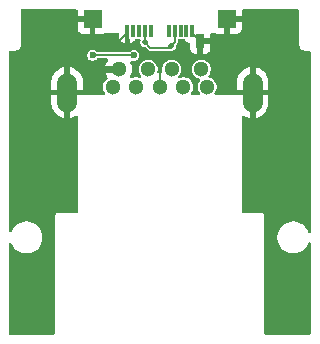
<source format=gbr>
%TF.GenerationSoftware,KiCad,Pcbnew,9.0.7*%
%TF.CreationDate,2026-02-26T13:16:19-05:00*%
%TF.ProjectId,Mouse Dongle Card,4d6f7573-6520-4446-9f6e-676c65204361,X1*%
%TF.SameCoordinates,Original*%
%TF.FileFunction,Copper,L2,Bot*%
%TF.FilePolarity,Positive*%
%FSLAX46Y46*%
G04 Gerber Fmt 4.6, Leading zero omitted, Abs format (unit mm)*
G04 Created by KiCad (PCBNEW 9.0.7) date 2026-02-26 13:16:19*
%MOMM*%
%LPD*%
G01*
G04 APERTURE LIST*
%TA.AperFunction,ComponentPad*%
%ADD10C,1.300000*%
%TD*%
%TA.AperFunction,ComponentPad*%
%ADD11O,1.676400X3.352800*%
%TD*%
%TA.AperFunction,SMDPad,CuDef*%
%ADD12R,0.380000X1.000000*%
%TD*%
%TA.AperFunction,SMDPad,CuDef*%
%ADD13R,0.700000X1.150000*%
%TD*%
%TA.AperFunction,SMDPad,CuDef*%
%ADD14R,1.500000X1.500000*%
%TD*%
%TA.AperFunction,ViaPad*%
%ADD15C,0.500000*%
%TD*%
%TA.AperFunction,ViaPad*%
%ADD16C,0.600000*%
%TD*%
%TA.AperFunction,Conductor*%
%ADD17C,0.200000*%
%TD*%
%TA.AperFunction,Conductor*%
%ADD18C,0.600000*%
%TD*%
G04 APERTURE END LIST*
D10*
%TO.P,J1,1,VBUS*%
%TO.N,VBUS*%
X111800000Y-126210000D03*
%TO.P,J1,2,D-*%
%TO.N,/USB_DN*%
X109300000Y-126210000D03*
%TO.P,J1,3,D+*%
%TO.N,/USB_DP*%
X107300000Y-126210000D03*
%TO.P,J1,4,GND*%
%TO.N,GND*%
X104800000Y-126210000D03*
%TO.P,J1,5,STDA_SSRX-*%
%TO.N,unconnected-(J1-STDA_SSRX--Pad5)*%
X104300000Y-127710000D03*
%TO.P,J1,6,STDA_SSRX+*%
%TO.N,unconnected-(J1-STDA_SSRX+-Pad6)*%
X106300000Y-127710000D03*
%TO.P,J1,7,GND_DRAIN*%
%TO.N,GND*%
X108300000Y-127710000D03*
%TO.P,J1,8,STDA_SSTX-*%
%TO.N,unconnected-(J1-STDA_SSTX--Pad8)*%
X110300000Y-127710000D03*
%TO.P,J1,9,STDA_SSTX+*%
%TO.N,unconnected-(J1-STDA_SSTX+-Pad9)*%
X112300000Y-127710000D03*
D11*
%TO.P,J1,S1*%
%TO.N,GND*%
X100450000Y-128190000D03*
%TO.P,J1,S2*%
X116150000Y-128190000D03*
%TD*%
D12*
%TO.P,P1,B1,GND*%
%TO.N,GND*%
X111050000Y-123000000D03*
%TO.P,P1,B2,TX2+*%
%TO.N,unconnected-(P1-TX2+-PadB2)*%
X110550000Y-123000000D03*
%TO.P,P1,B3,TX2-*%
%TO.N,unconnected-(P1-TX2--PadB3)*%
X110050000Y-123000000D03*
%TO.P,P1,B4,VBUS*%
%TO.N,VBUS*%
X109550000Y-123000000D03*
%TO.P,P1,B5,VCONN*%
%TO.N,unconnected-(P1-VCONN-PadB5)*%
X109050000Y-123000000D03*
%TO.P,P1,B8,SBU2*%
%TO.N,unconnected-(P1-SBU2-PadB8)*%
X107550000Y-123000000D03*
%TO.P,P1,B9,VBUS*%
%TO.N,VBUS*%
X107050000Y-123000000D03*
%TO.P,P1,B10,RX1-*%
%TO.N,/USB_RX1-*%
X106550000Y-123000000D03*
%TO.P,P1,B11,RX1+*%
%TO.N,/USB_RX1+*%
X106050000Y-123000000D03*
%TO.P,P1,B12,GND*%
%TO.N,GND*%
X105550000Y-123000000D03*
D13*
%TO.P,P1,S1,SHIELD*%
X111720000Y-123840000D03*
%TD*%
D14*
%TO.P,GP2,1,1*%
%TO.N,GND*%
X102600000Y-121960000D03*
%TD*%
%TO.P,GP4,1,1*%
%TO.N,GND*%
X114000000Y-121960000D03*
%TD*%
D15*
%TO.N,VBUS*%
X107050000Y-123950000D03*
X109250000Y-124250000D03*
D16*
%TO.N,GND*%
X115950000Y-133210000D03*
X100650000Y-133200000D03*
D15*
X102158000Y-121531500D03*
X102158000Y-122420500D03*
X114477000Y-121531500D03*
X114477000Y-122420500D03*
X103047000Y-121531500D03*
X113524500Y-122420500D03*
X113524500Y-121531500D03*
X103047000Y-122420500D03*
D16*
%TO.N,Net-(P1-CC)*%
X102600000Y-125050000D03*
X106100000Y-125050000D03*
%TD*%
D17*
%TO.N,Net-(P1-CC)*%
X106100000Y-125050000D02*
X102600000Y-125050000D01*
%TO.N,VBUS*%
X109250000Y-124250000D02*
X109100000Y-124400000D01*
%TO.N,GND*%
X111050000Y-123170000D02*
X111720000Y-123840000D01*
X102600000Y-123590000D02*
X102600000Y-121960000D01*
X102850000Y-123840000D02*
X102600000Y-123590000D01*
X111720000Y-123840000D02*
X113750000Y-123840000D01*
X108300000Y-127710000D02*
X108300000Y-126100000D01*
D18*
X104800000Y-126210000D02*
X102610000Y-126210000D01*
D17*
X114000000Y-123590000D02*
X114000000Y-121960000D01*
X104880000Y-123840000D02*
X102850000Y-123840000D01*
X113750000Y-123840000D02*
X114000000Y-123590000D01*
X105550000Y-123170000D02*
X104880000Y-123840000D01*
X111050000Y-123000000D02*
X111050000Y-123170000D01*
%TO.N,VBUS*%
X107500000Y-124400000D02*
X107050000Y-123950000D01*
X107050000Y-123950000D02*
X107050000Y-123000000D01*
X109100000Y-124400000D02*
X107500000Y-124400000D01*
X109550000Y-123000000D02*
X109550000Y-123950000D01*
X109550000Y-123950000D02*
X109250000Y-124250000D01*
%TD*%
%TA.AperFunction,Conductor*%
%TO.N,GND*%
G36*
X101293039Y-121170185D02*
G01*
X101338794Y-121222989D01*
X101350000Y-121274500D01*
X101350000Y-121710000D01*
X102476000Y-121710000D01*
X102543039Y-121729685D01*
X102588794Y-121782489D01*
X102600000Y-121834000D01*
X102600000Y-121960000D01*
X102726000Y-121960000D01*
X102793039Y-121979685D01*
X102838794Y-122032489D01*
X102850000Y-122084000D01*
X102850000Y-123210000D01*
X103397828Y-123210000D01*
X103397844Y-123209999D01*
X103457372Y-123203598D01*
X103457376Y-123203597D01*
X103592091Y-123153351D01*
X103614285Y-123136736D01*
X103679748Y-123112316D01*
X103716028Y-123115072D01*
X103729745Y-123118183D01*
X103744687Y-123125381D01*
X103854630Y-123150491D01*
X103871152Y-123150493D01*
X103871168Y-123150500D01*
X103911016Y-123150500D01*
X103911024Y-123150500D01*
X103950899Y-123150507D01*
X103950901Y-123150506D01*
X103962983Y-123150508D01*
X103963076Y-123150500D01*
X104679024Y-123150500D01*
X104680525Y-123150509D01*
X104681186Y-123150517D01*
X104681318Y-123150557D01*
X104731083Y-123150549D01*
X104731083Y-123150550D01*
X104735980Y-123150549D01*
X104803023Y-123170223D01*
X104848786Y-123223019D01*
X104860000Y-123274549D01*
X104860000Y-123547844D01*
X104866401Y-123607372D01*
X104866403Y-123607379D01*
X104916645Y-123742086D01*
X104916649Y-123742093D01*
X105002809Y-123857187D01*
X105002812Y-123857190D01*
X105117906Y-123943350D01*
X105117913Y-123943354D01*
X105252620Y-123993596D01*
X105252627Y-123993598D01*
X105312155Y-123999999D01*
X105312172Y-124000000D01*
X105360000Y-124000000D01*
X105360000Y-123124000D01*
X105362550Y-123115314D01*
X105361262Y-123106353D01*
X105372240Y-123082312D01*
X105379685Y-123056961D01*
X105386525Y-123051033D01*
X105390287Y-123042797D01*
X105412521Y-123028507D01*
X105432489Y-123011206D01*
X105443003Y-123008918D01*
X105449065Y-123005023D01*
X105484000Y-123000000D01*
X105583101Y-123000000D01*
X105650140Y-123019685D01*
X105695895Y-123072489D01*
X105707100Y-123123998D01*
X105707101Y-123515056D01*
X105715971Y-123559654D01*
X105715972Y-123559657D01*
X105715972Y-123559659D01*
X105719100Y-123564339D01*
X105739980Y-123631015D01*
X105740000Y-123633232D01*
X105740000Y-124000000D01*
X105787828Y-124000000D01*
X105787844Y-123999999D01*
X105847372Y-123993598D01*
X105847379Y-123993596D01*
X105982086Y-123943354D01*
X105982093Y-123943350D01*
X106097187Y-123857190D01*
X106097190Y-123857187D01*
X106183350Y-123742093D01*
X106188602Y-123728012D01*
X106230472Y-123672077D01*
X106295935Y-123647657D01*
X106307586Y-123647373D01*
X106318383Y-123647616D01*
X106344943Y-123652900D01*
X106552299Y-123652899D01*
X106553695Y-123652931D01*
X106585692Y-123663116D01*
X106617934Y-123672583D01*
X106618886Y-123673682D01*
X106620273Y-123674124D01*
X106641699Y-123700009D01*
X106663689Y-123725387D01*
X106663895Y-123726825D01*
X106664824Y-123727947D01*
X106668853Y-123761301D01*
X106673633Y-123794545D01*
X106673151Y-123796890D01*
X106673203Y-123797313D01*
X106672964Y-123797806D01*
X106670670Y-123808992D01*
X106657511Y-123858101D01*
X106647100Y-123896957D01*
X106647100Y-124003043D01*
X106654743Y-124031565D01*
X106674557Y-124105513D01*
X106674557Y-124105514D01*
X106708553Y-124164399D01*
X106727599Y-124197387D01*
X106802613Y-124272401D01*
X106894486Y-124325443D01*
X106996957Y-124352900D01*
X107043884Y-124352900D01*
X107073324Y-124361544D01*
X107103311Y-124368068D01*
X107108326Y-124371822D01*
X107110923Y-124372585D01*
X107131565Y-124389219D01*
X107278527Y-124536181D01*
X107278540Y-124536196D01*
X107285601Y-124543257D01*
X107356743Y-124614399D01*
X107409922Y-124636426D01*
X107449695Y-124652901D01*
X107550305Y-124652901D01*
X107550307Y-124652900D01*
X109035253Y-124652900D01*
X109035261Y-124652901D01*
X109049695Y-124652901D01*
X109157928Y-124652901D01*
X109189184Y-124651877D01*
X109196955Y-124652900D01*
X109196957Y-124652900D01*
X109303041Y-124652900D01*
X109303043Y-124652900D01*
X109405514Y-124625443D01*
X109497387Y-124572401D01*
X109572401Y-124497387D01*
X109625443Y-124405514D01*
X109652900Y-124303043D01*
X109652900Y-124256118D01*
X109672585Y-124189079D01*
X109676637Y-124183156D01*
X109682355Y-124175298D01*
X109693253Y-124164400D01*
X109693257Y-124164399D01*
X109764399Y-124093257D01*
X109788280Y-124035602D01*
X109802901Y-124000305D01*
X109802901Y-123899695D01*
X109802901Y-123889706D01*
X109802900Y-123889692D01*
X109802900Y-123776899D01*
X109822585Y-123709860D01*
X109875389Y-123664105D01*
X109926896Y-123652899D01*
X110255056Y-123652899D01*
X110271022Y-123649723D01*
X110340611Y-123655949D01*
X110395789Y-123698811D01*
X110411394Y-123728005D01*
X110416648Y-123742091D01*
X110416648Y-123742092D01*
X110502809Y-123857187D01*
X110502812Y-123857190D01*
X110617906Y-123943350D01*
X110617913Y-123943354D01*
X110752620Y-123993596D01*
X110752619Y-123993596D01*
X110759255Y-123994310D01*
X110823806Y-124021048D01*
X110863654Y-124078441D01*
X110870000Y-124117600D01*
X110870000Y-124462844D01*
X110876401Y-124522372D01*
X110876403Y-124522379D01*
X110926645Y-124657086D01*
X110926649Y-124657093D01*
X111012809Y-124772187D01*
X111012812Y-124772190D01*
X111127906Y-124858350D01*
X111127913Y-124858354D01*
X111262620Y-124908596D01*
X111262627Y-124908598D01*
X111322155Y-124914999D01*
X111322172Y-124915000D01*
X111470000Y-124915000D01*
X111970000Y-124915000D01*
X112117828Y-124915000D01*
X112117844Y-124914999D01*
X112177372Y-124908598D01*
X112177379Y-124908596D01*
X112312086Y-124858354D01*
X112312093Y-124858350D01*
X112427187Y-124772190D01*
X112427190Y-124772187D01*
X112513350Y-124657093D01*
X112513354Y-124657086D01*
X112563596Y-124522379D01*
X112563598Y-124522372D01*
X112569999Y-124462844D01*
X112570000Y-124462827D01*
X112570000Y-124090000D01*
X111970000Y-124090000D01*
X111970000Y-124915000D01*
X111470000Y-124915000D01*
X111470000Y-123964000D01*
X111489685Y-123896961D01*
X111542489Y-123851206D01*
X111594000Y-123840000D01*
X111720000Y-123840000D01*
X111720000Y-123714000D01*
X111739685Y-123646961D01*
X111792489Y-123601206D01*
X111844000Y-123590000D01*
X112570000Y-123590000D01*
X112570000Y-123274552D01*
X112589685Y-123207513D01*
X112642489Y-123161758D01*
X112676323Y-123151818D01*
X112685443Y-123150504D01*
X112711083Y-123150500D01*
X112711083Y-123150550D01*
X112767476Y-123150541D01*
X112877429Y-123125428D01*
X112885051Y-123121756D01*
X112901835Y-123119339D01*
X112924963Y-123122658D01*
X112948296Y-123121460D01*
X112962274Y-123128014D01*
X112970996Y-123129266D01*
X112978139Y-123135452D01*
X112993824Y-123142807D01*
X113007909Y-123153351D01*
X113142623Y-123203597D01*
X113142627Y-123203598D01*
X113202155Y-123209999D01*
X113202172Y-123210000D01*
X113750000Y-123210000D01*
X114250000Y-123210000D01*
X114797828Y-123210000D01*
X114797844Y-123209999D01*
X114857372Y-123203598D01*
X114857379Y-123203596D01*
X114992086Y-123153354D01*
X114992093Y-123153350D01*
X115107187Y-123067190D01*
X115107190Y-123067187D01*
X115193350Y-122952093D01*
X115193354Y-122952086D01*
X115243596Y-122817379D01*
X115243598Y-122817372D01*
X115249999Y-122757844D01*
X115250000Y-122757827D01*
X115250000Y-122210000D01*
X114250000Y-122210000D01*
X114250000Y-123210000D01*
X113750000Y-123210000D01*
X113750000Y-122084000D01*
X113769685Y-122016961D01*
X113822489Y-121971206D01*
X113874000Y-121960000D01*
X114000000Y-121960000D01*
X114000000Y-121834000D01*
X114019685Y-121766961D01*
X114072489Y-121721206D01*
X114124000Y-121710000D01*
X115250000Y-121710000D01*
X115250000Y-121274500D01*
X115269685Y-121207461D01*
X115322489Y-121161706D01*
X115374000Y-121150500D01*
X119986550Y-121150500D01*
X120053589Y-121170185D01*
X120099344Y-121222989D01*
X120110550Y-121274500D01*
X120110550Y-124201873D01*
X120110599Y-124202368D01*
X120110599Y-124206387D01*
X120135691Y-124316334D01*
X120173032Y-124393883D01*
X120187638Y-124424216D01*
X120184826Y-124425569D01*
X120200000Y-124478147D01*
X120200000Y-124500000D01*
X120300000Y-124600000D01*
X120363688Y-124600000D01*
X120394829Y-124603974D01*
X120406574Y-124607021D01*
X120444687Y-124625381D01*
X120554630Y-124650491D01*
X120571152Y-124650493D01*
X120571168Y-124650500D01*
X120611016Y-124650500D01*
X120611024Y-124650500D01*
X120650899Y-124650507D01*
X120650901Y-124650506D01*
X120662983Y-124650508D01*
X120663076Y-124650500D01*
X120986550Y-124650500D01*
X121053589Y-124670185D01*
X121099344Y-124722989D01*
X121110550Y-124774500D01*
X121110550Y-139955782D01*
X121090865Y-140022821D01*
X121038061Y-140068576D01*
X120968903Y-140078520D01*
X120905347Y-140049495D01*
X120868619Y-139994100D01*
X120868480Y-139993671D01*
X120851557Y-139941588D01*
X120755051Y-139752184D01*
X120755049Y-139752181D01*
X120755048Y-139752179D01*
X120630109Y-139580213D01*
X120479786Y-139429890D01*
X120307820Y-139304951D01*
X120118414Y-139208444D01*
X120118413Y-139208443D01*
X120118412Y-139208443D01*
X119916243Y-139142754D01*
X119916241Y-139142753D01*
X119916240Y-139142753D01*
X119754957Y-139117208D01*
X119706287Y-139109500D01*
X119493713Y-139109500D01*
X119445042Y-139117208D01*
X119283760Y-139142753D01*
X119081585Y-139208444D01*
X118892179Y-139304951D01*
X118720213Y-139429890D01*
X118569890Y-139580213D01*
X118444951Y-139752179D01*
X118348444Y-139941585D01*
X118282753Y-140143760D01*
X118249500Y-140353713D01*
X118249500Y-140566287D01*
X118282754Y-140776243D01*
X118347877Y-140976671D01*
X118348444Y-140978414D01*
X118444951Y-141167820D01*
X118569890Y-141339786D01*
X118720213Y-141490109D01*
X118892179Y-141615048D01*
X118892181Y-141615049D01*
X118892184Y-141615051D01*
X119081588Y-141711557D01*
X119283757Y-141777246D01*
X119493713Y-141810500D01*
X119493714Y-141810500D01*
X119706286Y-141810500D01*
X119706287Y-141810500D01*
X119916243Y-141777246D01*
X120118412Y-141711557D01*
X120307816Y-141615051D01*
X120329789Y-141599086D01*
X120479786Y-141490109D01*
X120479788Y-141490106D01*
X120479792Y-141490104D01*
X120630104Y-141339792D01*
X120630106Y-141339788D01*
X120630109Y-141339786D01*
X120755048Y-141167820D01*
X120755049Y-141167819D01*
X120755051Y-141167816D01*
X120851557Y-140978412D01*
X120868620Y-140925897D01*
X120908056Y-140868224D01*
X120972415Y-140841025D01*
X121041261Y-140852939D01*
X121092737Y-140900183D01*
X121110550Y-140964217D01*
X121110550Y-148565500D01*
X121090865Y-148632539D01*
X121038061Y-148678294D01*
X120986550Y-148689500D01*
X117274500Y-148689500D01*
X117207461Y-148669815D01*
X117161706Y-148617011D01*
X117150500Y-148565500D01*
X117150500Y-138550119D01*
X117150499Y-138550116D01*
X117119976Y-138476426D01*
X117063574Y-138420024D01*
X116989883Y-138389500D01*
X116989882Y-138389500D01*
X115374500Y-138389500D01*
X115307461Y-138369815D01*
X115261706Y-138317011D01*
X115250500Y-138265500D01*
X115250500Y-130272145D01*
X115270185Y-130205106D01*
X115322989Y-130159351D01*
X115392147Y-130149407D01*
X115444247Y-130170553D01*
X115444474Y-130170185D01*
X115446700Y-130171549D01*
X115447387Y-130171828D01*
X115448628Y-130172730D01*
X115636311Y-130268360D01*
X115836629Y-130333446D01*
X115900000Y-130343483D01*
X115900000Y-129280686D01*
X115904394Y-129285080D01*
X115995606Y-129337741D01*
X116097339Y-129365000D01*
X116202661Y-129365000D01*
X116304394Y-129337741D01*
X116395606Y-129285080D01*
X116400000Y-129280686D01*
X116400000Y-130343482D01*
X116463370Y-130333446D01*
X116663688Y-130268360D01*
X116851373Y-130172728D01*
X117021772Y-130048927D01*
X117021777Y-130048923D01*
X117170723Y-129899977D01*
X117170727Y-129899972D01*
X117294528Y-129729573D01*
X117390160Y-129541888D01*
X117455248Y-129341564D01*
X117488200Y-129133518D01*
X117488200Y-128440000D01*
X116550000Y-128440000D01*
X116550000Y-127940000D01*
X117488200Y-127940000D01*
X117488200Y-127246481D01*
X117455248Y-127038435D01*
X117390160Y-126838111D01*
X117294528Y-126650426D01*
X117170727Y-126480027D01*
X117170723Y-126480022D01*
X117021777Y-126331076D01*
X117021772Y-126331072D01*
X116851373Y-126207271D01*
X116663688Y-126111639D01*
X116463365Y-126046551D01*
X116400000Y-126036514D01*
X116400000Y-127099314D01*
X116395606Y-127094920D01*
X116304394Y-127042259D01*
X116202661Y-127015000D01*
X116097339Y-127015000D01*
X115995606Y-127042259D01*
X115904394Y-127094920D01*
X115900000Y-127099314D01*
X115900000Y-126036514D01*
X115836635Y-126046551D01*
X115836632Y-126046551D01*
X115636311Y-126111639D01*
X115448626Y-126207271D01*
X115278227Y-126331072D01*
X115278222Y-126331076D01*
X115129276Y-126480022D01*
X115129272Y-126480027D01*
X115005471Y-126650426D01*
X114909839Y-126838111D01*
X114844751Y-127038435D01*
X114811800Y-127246481D01*
X114811800Y-127940000D01*
X115750000Y-127940000D01*
X115750000Y-128440000D01*
X115099969Y-128440000D01*
X115037970Y-128423387D01*
X115023008Y-128414749D01*
X114928777Y-128389500D01*
X114928776Y-128389500D01*
X113043600Y-128389500D01*
X112976561Y-128369815D01*
X112930806Y-128317011D01*
X112920862Y-128247853D01*
X112940498Y-128196609D01*
X112951421Y-128180260D01*
X113011521Y-128090316D01*
X113072045Y-127944197D01*
X113075883Y-127924905D01*
X113102899Y-127789083D01*
X113102900Y-127789081D01*
X113102900Y-127630918D01*
X113102899Y-127630916D01*
X113072047Y-127475810D01*
X113072044Y-127475802D01*
X113025047Y-127362339D01*
X113011524Y-127329690D01*
X113011520Y-127329683D01*
X112998703Y-127310501D01*
X112998702Y-127310499D01*
X112923653Y-127198181D01*
X112923650Y-127198177D01*
X112811822Y-127086349D01*
X112811818Y-127086346D01*
X112680322Y-126998482D01*
X112680309Y-126998475D01*
X112534198Y-126937955D01*
X112534190Y-126937953D01*
X112489246Y-126929013D01*
X112427335Y-126896628D01*
X112392761Y-126835912D01*
X112396502Y-126766142D01*
X112420896Y-126727438D01*
X112419788Y-126726529D01*
X112423650Y-126721822D01*
X112423653Y-126721819D01*
X112511521Y-126590316D01*
X112572045Y-126444197D01*
X112575883Y-126424905D01*
X112602899Y-126289083D01*
X112602900Y-126289081D01*
X112602900Y-126130918D01*
X112602899Y-126130916D01*
X112572047Y-125975810D01*
X112572044Y-125975801D01*
X112511524Y-125829690D01*
X112511517Y-125829677D01*
X112423653Y-125698181D01*
X112423650Y-125698177D01*
X112311822Y-125586349D01*
X112311818Y-125586346D01*
X112180322Y-125498482D01*
X112180309Y-125498475D01*
X112034198Y-125437955D01*
X112034189Y-125437952D01*
X111879082Y-125407100D01*
X111879079Y-125407100D01*
X111720921Y-125407100D01*
X111720918Y-125407100D01*
X111565810Y-125437952D01*
X111565801Y-125437955D01*
X111419690Y-125498475D01*
X111419677Y-125498482D01*
X111288181Y-125586346D01*
X111288177Y-125586349D01*
X111176349Y-125698177D01*
X111176346Y-125698181D01*
X111088482Y-125829677D01*
X111088475Y-125829690D01*
X111027955Y-125975801D01*
X111027952Y-125975810D01*
X110997100Y-126130916D01*
X110997100Y-126289083D01*
X111027952Y-126444189D01*
X111027955Y-126444198D01*
X111088475Y-126590309D01*
X111088482Y-126590322D01*
X111176346Y-126721818D01*
X111176349Y-126721822D01*
X111288177Y-126833650D01*
X111288181Y-126833653D01*
X111419677Y-126921517D01*
X111419690Y-126921524D01*
X111459357Y-126937954D01*
X111565803Y-126982045D01*
X111610753Y-126990986D01*
X111672663Y-127023370D01*
X111707237Y-127084085D01*
X111703498Y-127153855D01*
X111679110Y-127192567D01*
X111680212Y-127193471D01*
X111676346Y-127198181D01*
X111588482Y-127329677D01*
X111588475Y-127329690D01*
X111527955Y-127475801D01*
X111527952Y-127475810D01*
X111497100Y-127630916D01*
X111497100Y-127789083D01*
X111527952Y-127944189D01*
X111527955Y-127944198D01*
X111588475Y-128090309D01*
X111588482Y-128090321D01*
X111659502Y-128196609D01*
X111680380Y-128263286D01*
X111661896Y-128330666D01*
X111609917Y-128377357D01*
X111556400Y-128389500D01*
X111043600Y-128389500D01*
X110976561Y-128369815D01*
X110930806Y-128317011D01*
X110920862Y-128247853D01*
X110940498Y-128196609D01*
X110951421Y-128180260D01*
X111011521Y-128090316D01*
X111072045Y-127944197D01*
X111075883Y-127924905D01*
X111102899Y-127789083D01*
X111102900Y-127789081D01*
X111102900Y-127630918D01*
X111102899Y-127630916D01*
X111072047Y-127475810D01*
X111072044Y-127475802D01*
X111025047Y-127362339D01*
X111011524Y-127329690D01*
X111011517Y-127329677D01*
X110923653Y-127198181D01*
X110923650Y-127198177D01*
X110811822Y-127086349D01*
X110811818Y-127086346D01*
X110680322Y-126998482D01*
X110680309Y-126998475D01*
X110534198Y-126937955D01*
X110534189Y-126937952D01*
X110379082Y-126907100D01*
X110379079Y-126907100D01*
X110220921Y-126907100D01*
X110220918Y-126907100D01*
X110065810Y-126937952D01*
X110065802Y-126937955D01*
X110030105Y-126952741D01*
X109960636Y-126960208D01*
X109898157Y-126928932D01*
X109862506Y-126868843D01*
X109865001Y-126799018D01*
X109894973Y-126750498D01*
X109923653Y-126721819D01*
X110011521Y-126590316D01*
X110072045Y-126444197D01*
X110075883Y-126424905D01*
X110102899Y-126289083D01*
X110102900Y-126289081D01*
X110102900Y-126130918D01*
X110102899Y-126130916D01*
X110072047Y-125975810D01*
X110072044Y-125975801D01*
X110011524Y-125829690D01*
X110011517Y-125829677D01*
X109923653Y-125698181D01*
X109923650Y-125698177D01*
X109811822Y-125586349D01*
X109811818Y-125586346D01*
X109680322Y-125498482D01*
X109680309Y-125498475D01*
X109534198Y-125437955D01*
X109534189Y-125437952D01*
X109379082Y-125407100D01*
X109379079Y-125407100D01*
X109220921Y-125407100D01*
X109220918Y-125407100D01*
X109065810Y-125437952D01*
X109065801Y-125437955D01*
X108919690Y-125498475D01*
X108919677Y-125498482D01*
X108788181Y-125586346D01*
X108788177Y-125586349D01*
X108676349Y-125698177D01*
X108676346Y-125698181D01*
X108588482Y-125829677D01*
X108588475Y-125829690D01*
X108527955Y-125975801D01*
X108527952Y-125975810D01*
X108497100Y-126130916D01*
X108497100Y-126289083D01*
X108521583Y-126412170D01*
X108519705Y-126433153D01*
X108522704Y-126454008D01*
X108516654Y-126467255D01*
X108515356Y-126481762D01*
X108502430Y-126498399D01*
X108493679Y-126517564D01*
X108481426Y-126525438D01*
X108472492Y-126536939D01*
X108452625Y-126543947D01*
X108434901Y-126555338D01*
X108414254Y-126557483D01*
X108406602Y-126560183D01*
X108399966Y-126560361D01*
X108200033Y-126560361D01*
X108171002Y-126551836D01*
X108141383Y-126545614D01*
X108137808Y-126542089D01*
X108132994Y-126540676D01*
X108113180Y-126517809D01*
X108091627Y-126496561D01*
X108090525Y-126491664D01*
X108087239Y-126487872D01*
X108082932Y-126457920D01*
X108076289Y-126428396D01*
X108077432Y-126419671D01*
X108077295Y-126418714D01*
X108077664Y-126417905D01*
X108078416Y-126412169D01*
X108102900Y-126289081D01*
X108102900Y-126130918D01*
X108102899Y-126130916D01*
X108072047Y-125975810D01*
X108072044Y-125975801D01*
X108011524Y-125829690D01*
X108011517Y-125829677D01*
X107923653Y-125698181D01*
X107923650Y-125698177D01*
X107811822Y-125586349D01*
X107811818Y-125586346D01*
X107680322Y-125498482D01*
X107680309Y-125498475D01*
X107534198Y-125437955D01*
X107534189Y-125437952D01*
X107379082Y-125407100D01*
X107379079Y-125407100D01*
X107220921Y-125407100D01*
X107220918Y-125407100D01*
X107065810Y-125437952D01*
X107065801Y-125437955D01*
X106919690Y-125498475D01*
X106919677Y-125498482D01*
X106788181Y-125586346D01*
X106788177Y-125586349D01*
X106676349Y-125698177D01*
X106676346Y-125698181D01*
X106588482Y-125829677D01*
X106588475Y-125829690D01*
X106527955Y-125975801D01*
X106527952Y-125975810D01*
X106497100Y-126130916D01*
X106497100Y-126289083D01*
X106527952Y-126444189D01*
X106527955Y-126444198D01*
X106588475Y-126590309D01*
X106588482Y-126590322D01*
X106676346Y-126721818D01*
X106676349Y-126721822D01*
X106705025Y-126750498D01*
X106738510Y-126811821D01*
X106733526Y-126881513D01*
X106691654Y-126937446D01*
X106626190Y-126961863D01*
X106569894Y-126952741D01*
X106534197Y-126937955D01*
X106534193Y-126937954D01*
X106534189Y-126937952D01*
X106379082Y-126907100D01*
X106379079Y-126907100D01*
X106220921Y-126907100D01*
X106220918Y-126907100D01*
X106065810Y-126937952D01*
X106065810Y-126937953D01*
X106065807Y-126937954D01*
X106065803Y-126937955D01*
X105950057Y-126985897D01*
X105937298Y-126991183D01*
X105867828Y-126998651D01*
X105805349Y-126967375D01*
X105769697Y-126907286D01*
X105772192Y-126837461D01*
X105781619Y-126817206D01*
X105781356Y-126817072D01*
X105865747Y-126651447D01*
X105865748Y-126651444D01*
X105921682Y-126479293D01*
X105950000Y-126300506D01*
X105950000Y-126119493D01*
X105921682Y-125940706D01*
X105865748Y-125768555D01*
X105865745Y-125768548D01*
X105807817Y-125654860D01*
X105794920Y-125586191D01*
X105821196Y-125521450D01*
X105878302Y-125481192D01*
X105948107Y-125478200D01*
X105950266Y-125478756D01*
X106040375Y-125502900D01*
X106040378Y-125502900D01*
X106159623Y-125502900D01*
X106159625Y-125502900D01*
X106274813Y-125472036D01*
X106378087Y-125412410D01*
X106462410Y-125328087D01*
X106522036Y-125224813D01*
X106552900Y-125109625D01*
X106552900Y-124990375D01*
X106522036Y-124875187D01*
X106462410Y-124771913D01*
X106378087Y-124687590D01*
X106314660Y-124650970D01*
X106274814Y-124627964D01*
X106216301Y-124612286D01*
X106159625Y-124597100D01*
X106040375Y-124597100D01*
X105925185Y-124627964D01*
X105821913Y-124687590D01*
X105821910Y-124687592D01*
X105748722Y-124760781D01*
X105687399Y-124794266D01*
X105661041Y-124797100D01*
X103038959Y-124797100D01*
X102971920Y-124777415D01*
X102951278Y-124760781D01*
X102878089Y-124687592D01*
X102878087Y-124687590D01*
X102814660Y-124650970D01*
X102774814Y-124627964D01*
X102716301Y-124612286D01*
X102659625Y-124597100D01*
X102540375Y-124597100D01*
X102425185Y-124627964D01*
X102321913Y-124687590D01*
X102321910Y-124687592D01*
X102237592Y-124771910D01*
X102237590Y-124771913D01*
X102177964Y-124875185D01*
X102147100Y-124990375D01*
X102147100Y-125109624D01*
X102177964Y-125224814D01*
X102207777Y-125276450D01*
X102237590Y-125328087D01*
X102321913Y-125412410D01*
X102425187Y-125472036D01*
X102540375Y-125502900D01*
X102540377Y-125502900D01*
X102659623Y-125502900D01*
X102659625Y-125502900D01*
X102774813Y-125472036D01*
X102878087Y-125412410D01*
X102951278Y-125339219D01*
X103012601Y-125305734D01*
X103038959Y-125302900D01*
X103794204Y-125302900D01*
X103861243Y-125322585D01*
X103906998Y-125375389D01*
X103916942Y-125444547D01*
X103894523Y-125499785D01*
X103816431Y-125607269D01*
X103734252Y-125768552D01*
X103734251Y-125768555D01*
X103678317Y-125940706D01*
X103650000Y-126119493D01*
X103650000Y-126300506D01*
X103678317Y-126479293D01*
X103734251Y-126651444D01*
X103734252Y-126651447D01*
X103816434Y-126812734D01*
X103865219Y-126879882D01*
X103888699Y-126945688D01*
X103872873Y-127013742D01*
X103833794Y-127055868D01*
X103788179Y-127086347D01*
X103676349Y-127198177D01*
X103676346Y-127198181D01*
X103588482Y-127329677D01*
X103588475Y-127329690D01*
X103527955Y-127475801D01*
X103527952Y-127475810D01*
X103497100Y-127630916D01*
X103497100Y-127789083D01*
X103527952Y-127944189D01*
X103527955Y-127944198D01*
X103588475Y-128090309D01*
X103588482Y-128090321D01*
X103659502Y-128196609D01*
X103680380Y-128263286D01*
X103661896Y-128330666D01*
X103609917Y-128377357D01*
X103556400Y-128389500D01*
X101759882Y-128389500D01*
X101720000Y-128389500D01*
X101671223Y-128389500D01*
X101576992Y-128414749D01*
X101562029Y-128423387D01*
X101500031Y-128440000D01*
X100850000Y-128440000D01*
X100850000Y-127940000D01*
X101788200Y-127940000D01*
X101788200Y-127246481D01*
X101755248Y-127038435D01*
X101690160Y-126838111D01*
X101594528Y-126650426D01*
X101470727Y-126480027D01*
X101470723Y-126480022D01*
X101321777Y-126331076D01*
X101321772Y-126331072D01*
X101151373Y-126207271D01*
X100963688Y-126111639D01*
X100763365Y-126046551D01*
X100700000Y-126036514D01*
X100700000Y-127099314D01*
X100695606Y-127094920D01*
X100604394Y-127042259D01*
X100502661Y-127015000D01*
X100397339Y-127015000D01*
X100295606Y-127042259D01*
X100204394Y-127094920D01*
X100200000Y-127099314D01*
X100200000Y-126036514D01*
X100136635Y-126046551D01*
X100136632Y-126046551D01*
X99936311Y-126111639D01*
X99748626Y-126207271D01*
X99578227Y-126331072D01*
X99578222Y-126331076D01*
X99429276Y-126480022D01*
X99429272Y-126480027D01*
X99305471Y-126650426D01*
X99209839Y-126838111D01*
X99144751Y-127038435D01*
X99111800Y-127246481D01*
X99111800Y-127940000D01*
X100050000Y-127940000D01*
X100050000Y-128440000D01*
X99111800Y-128440000D01*
X99111800Y-129133518D01*
X99144751Y-129341564D01*
X99209839Y-129541888D01*
X99305471Y-129729573D01*
X99429272Y-129899972D01*
X99429276Y-129899977D01*
X99578222Y-130048923D01*
X99578227Y-130048927D01*
X99748626Y-130172728D01*
X99936311Y-130268360D01*
X100136629Y-130333446D01*
X100200000Y-130343483D01*
X100200000Y-129280686D01*
X100204394Y-129285080D01*
X100295606Y-129337741D01*
X100397339Y-129365000D01*
X100502661Y-129365000D01*
X100604394Y-129337741D01*
X100695606Y-129285080D01*
X100700000Y-129280686D01*
X100700000Y-130343482D01*
X100763370Y-130333446D01*
X100963688Y-130268360D01*
X101151371Y-130172730D01*
X101152613Y-130171828D01*
X101153167Y-130171629D01*
X101155526Y-130170185D01*
X101155829Y-130170680D01*
X101218419Y-130148347D01*
X101286473Y-130164171D01*
X101335169Y-130214276D01*
X101349500Y-130272145D01*
X101349500Y-138265500D01*
X101329815Y-138332539D01*
X101277011Y-138378294D01*
X101225500Y-138389500D01*
X99610116Y-138389500D01*
X99536425Y-138420024D01*
X99480024Y-138476425D01*
X99449500Y-138550116D01*
X99449500Y-148565500D01*
X99429815Y-148632539D01*
X99377011Y-148678294D01*
X99325500Y-148689500D01*
X95635555Y-148689500D01*
X95568516Y-148669815D01*
X95522761Y-148617011D01*
X95511555Y-148565475D01*
X95512914Y-141810500D01*
X95513070Y-141032937D01*
X95532768Y-140965906D01*
X95585581Y-140920161D01*
X95654742Y-140910232D01*
X95718292Y-140939269D01*
X95747555Y-140976671D01*
X95844951Y-141167819D01*
X95969890Y-141339786D01*
X96120213Y-141490109D01*
X96292179Y-141615048D01*
X96292181Y-141615049D01*
X96292184Y-141615051D01*
X96481588Y-141711557D01*
X96683757Y-141777246D01*
X96893713Y-141810500D01*
X96893714Y-141810500D01*
X97106286Y-141810500D01*
X97106287Y-141810500D01*
X97316243Y-141777246D01*
X97518412Y-141711557D01*
X97707816Y-141615051D01*
X97729789Y-141599086D01*
X97879786Y-141490109D01*
X97879788Y-141490106D01*
X97879792Y-141490104D01*
X98030104Y-141339792D01*
X98030106Y-141339788D01*
X98030109Y-141339786D01*
X98155048Y-141167820D01*
X98155049Y-141167819D01*
X98155051Y-141167816D01*
X98251557Y-140978412D01*
X98317246Y-140776243D01*
X98350500Y-140566287D01*
X98350500Y-140353713D01*
X98317246Y-140143757D01*
X98251557Y-139941588D01*
X98155051Y-139752184D01*
X98155049Y-139752181D01*
X98155048Y-139752179D01*
X98030109Y-139580213D01*
X97879786Y-139429890D01*
X97707820Y-139304951D01*
X97518414Y-139208444D01*
X97518413Y-139208443D01*
X97518412Y-139208443D01*
X97316243Y-139142754D01*
X97316241Y-139142753D01*
X97316240Y-139142753D01*
X97154957Y-139117208D01*
X97106287Y-139109500D01*
X96893713Y-139109500D01*
X96845042Y-139117208D01*
X96683760Y-139142753D01*
X96481585Y-139208444D01*
X96292179Y-139304951D01*
X96120213Y-139429890D01*
X95969890Y-139580213D01*
X95844951Y-139752180D01*
X95747786Y-139942875D01*
X95699811Y-139993671D01*
X95631990Y-140010466D01*
X95565855Y-139987928D01*
X95522404Y-139933213D01*
X95513301Y-139886558D01*
X95516339Y-124797100D01*
X95516343Y-124785095D01*
X95516350Y-124785082D01*
X95516350Y-124769969D01*
X95526605Y-124735095D01*
X95536035Y-124702982D01*
X95536053Y-124702965D01*
X95536062Y-124702938D01*
X95564358Y-124678439D01*
X95588839Y-124657227D01*
X95588866Y-124657221D01*
X95588885Y-124657205D01*
X95589066Y-124657179D01*
X95641854Y-124646030D01*
X95957203Y-124649860D01*
X95963950Y-124650566D01*
X96011083Y-124650549D01*
X96011083Y-124650550D01*
X96013878Y-124650549D01*
X96048494Y-124650970D01*
X96049558Y-124650543D01*
X96050844Y-124650542D01*
X96067476Y-124650541D01*
X96177429Y-124625428D01*
X96190382Y-124619188D01*
X96204712Y-124612286D01*
X96258526Y-124600000D01*
X96300000Y-124600000D01*
X96400000Y-124500000D01*
X96400000Y-124499997D01*
X96408486Y-124479511D01*
X96419685Y-124441374D01*
X96427038Y-124431119D01*
X96437525Y-124417968D01*
X96486456Y-124316350D01*
X96486460Y-124316335D01*
X96504746Y-124236207D01*
X96511550Y-124206392D01*
X96511550Y-124150000D01*
X96511550Y-124110118D01*
X96511550Y-122757844D01*
X101350000Y-122757844D01*
X101356401Y-122817372D01*
X101356403Y-122817379D01*
X101406645Y-122952086D01*
X101406649Y-122952093D01*
X101492809Y-123067187D01*
X101492812Y-123067190D01*
X101607906Y-123153350D01*
X101607913Y-123153354D01*
X101742620Y-123203596D01*
X101742627Y-123203598D01*
X101802155Y-123209999D01*
X101802172Y-123210000D01*
X102350000Y-123210000D01*
X102350000Y-122210000D01*
X101350000Y-122210000D01*
X101350000Y-122757844D01*
X96511550Y-122757844D01*
X96511550Y-121274500D01*
X96531235Y-121207461D01*
X96584039Y-121161706D01*
X96635550Y-121150500D01*
X101226000Y-121150500D01*
X101293039Y-121170185D01*
G37*
%TD.AperFunction*%
%TD*%
M02*

</source>
